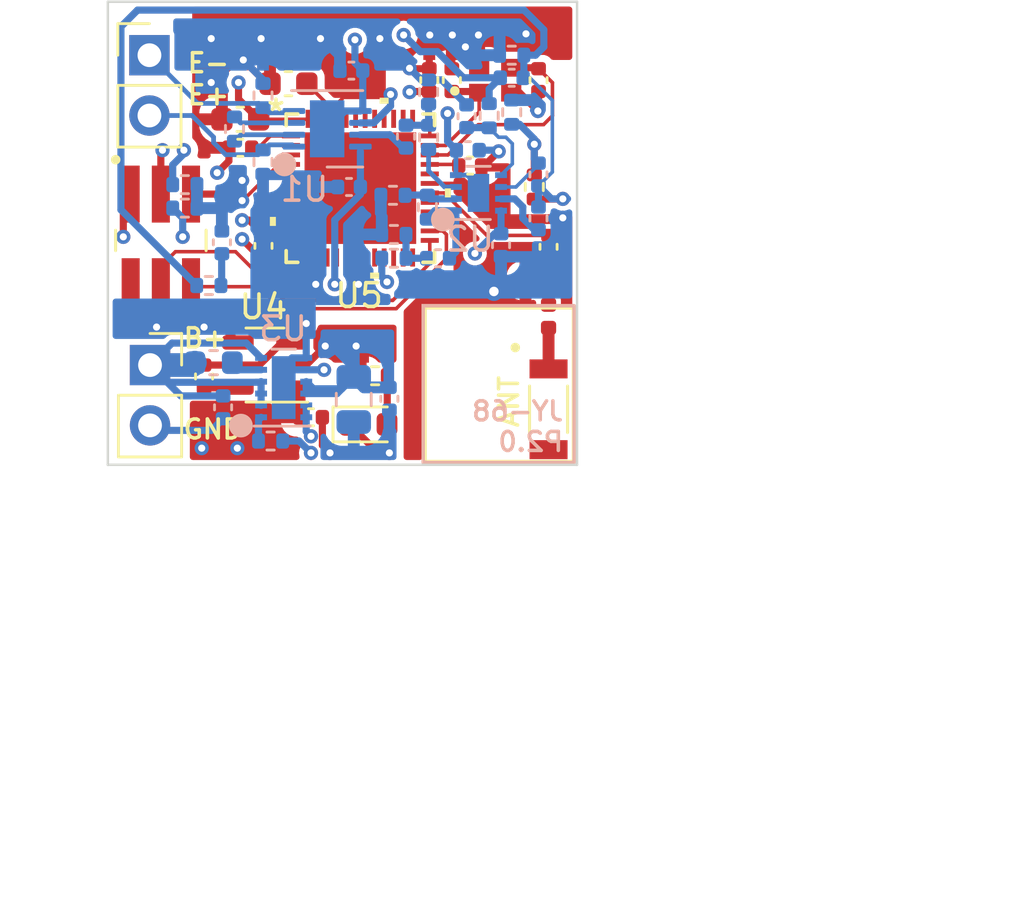
<source format=kicad_pcb>
(kicad_pcb (version 20221018) (generator pcbnew)
  (layers (0 "F.Cu" signal) (1 "In1.Cu" power) (2 "In2.Cu" power) (31 "B.Cu" signal) (34 "B.Paste" user) (35 "F.Paste" user) (36 "B.SilkS" user "B.Silkscreen") (37 "F.SilkS" user "F.Silkscreen") (38 "B.Mask" user) (39 "F.Mask" user) (44 "Edge.Cuts" user))
  (net 0 "")
  (net 1 "GND")
  (net 2 "+3V3")
  (net 3 "Net-(AE1-FEED)")
  (net 5 "Net-(BT1-+)")
  (net 6 "Net-(U1-OUT)")
  (net 7 "Net-(C1-Pad2)")
  (net 8 "Net-(U2-IN1+)")
  (net 9 "Net-(C2-Pad2)")
  (net 10 "Net-(U2-OUT2)")
  (net 11 "Net-(C3-Pad2)")
  (net 12 "Net-(U2-IN2+)")
  (net 13 "Net-(C5-Pad1)")
  (net 14 "Net-(U2-IN2-)")
  (net 15 "Net-(C7-Pad1)")
  (net 16 "STAGE_3_OUT")
  (net 17 "Net-(U4-CFLY+)")
  (net 18 "Net-(U4-CFLY-)")
  (net 19 "-3V3")
  (net 20 "Net-(U5-DEC1)")
  (net 21 "Net-(C15-Pad1)")
  (net 22 "Net-(U5-ANT)")
  (net 23 "Net-(U5-XC2)")
  (net 24 "Net-(U5-DEC3)")
  (net 25 "Net-(U5-XC1)")
  (net 26 "Net-(U5-DEC4)")
  (net 27 "Net-(D1-A)")
  (net 28 "SWDCLK")
  (net 29 "SWDIO")
  (net 30 "Net-(U3-SW)")
  (net 31 "Net-(R3-Pad1)")
  (net 32 "Net-(R3-Pad2)")
  (net 33 "Net-(U2-IN1-)")
  (net 34 "Net-(U3-OSEL)")
  (net 66 "/EEG-")
  (net 67 "/EEG+")
  (net 68 "Net-(U2-OUT1)")
  (footprint "Capacitor_SMD:C_0402_1005Metric" (layer "F.Cu") (at 83.3 67 180)
    (fp_text reference "C11" hide)
    (fp_text value "1uF")
  )
  (footprint "Resistor_SMD:R_0402_1005Metric" (layer "F.Cu") (at 86 65.25)
    (fp_text reference "R18" hide)
    (fp_text value "1.1k")
  )
  (footprint "Capacitor_SMD:C_0402_1005Metric" (layer "F.Cu") (at 90 56.4 180)
    (fp_text reference "C17" hide)
    (fp_text value "100pF")
  )
  (footprint "Library:XDCR_2450AT18B100E" (layer "F.Cu") (at 93.3 66.6625 -90)
    (fp_text reference "AE1" hide)
    (fp_text value "Antenna_Chip")
  )
  (footprint "Inductor_SMD:L_0402_1005Metric" (layer "F.Cu") (at 93.3 62.7475 -90)
    (fp_text reference "L2" hide)
    (fp_text value "3.3nH")
  )
  (footprint "Package_TO_SOT_SMD:SOT-23-5" (layer "F.Cu") (at 81.3625 64.8 180)
    (fp_text reference "U4")
    (fp_text value "TPS60400")
  )
  (footprint "Capacitor_SMD:C_0402_1005Metric" (layer "F.Cu") (at 81.3 59.78 90)
    (fp_text reference "C14" hide)
    (fp_text value "0.1uF")
  )
  (footprint "Connector_PinHeader_2.54mm:PinHeader_1x02_P2.54mm_Vertical" (layer "F.Cu") (at 76.5 51.75)
    (fp_text reference "J1" hide)
    (fp_text value "EEG_IN")
  )
  (footprint "ECS_320_8_37CKM:XTAL_ECS-320-8-37CKM" (layer "F.Cu") (at 91.053999 52.804001)
    (fp_text reference "Y1" hide)
    (fp_text value "32MHz")
  )
  (footprint "Capacitor_SMD:C_0402_1005Metric" (layer "F.Cu") (at 88.278999 52.799001 -90)
    (fp_text reference "C13" hide)
    (fp_text value "0.1uF")
  )
  (footprint "Capacitor_SMD:C_0402_1005Metric" (layer "F.Cu") (at 80.325 55.65 180)
    (fp_text reference "C12" hide)
    (fp_text value "0.1uF")
  )
  (footprint "Inductor_SMD:L_0402_1005Metric" (layer "F.Cu") (at 92.815 61.25)
    (fp_text reference "L3" hide)
    (fp_text value "2.7nH")
  )
  (footprint "Capacitor_SMD:C_0402_1005Metric" (layer "F.Cu") (at 92.878999 52.799001 90)
    (fp_text reference "C18" hide)
    (fp_text value "12pF")
  )
  (footprint "Capacitor_SMD:C_0603_1608Metric" (layer "F.Cu") (at 82.35 52.95 180)
    (fp_text reference "C19" hide)
    (fp_text value "1uF")
  )
  (footprint "Resistor_SMD:R_0402_1005Metric" (layer "F.Cu") (at 92.7 57.3 -90)
    (fp_text reference "R13" hide)
    (fp_text value "49.9k")
  )
  (footprint "Capacitor_SMD:C_0402_1005Metric" (layer "F.Cu") (at 89.228999 52.799001 -90)
    (fp_text reference "C16" hide)
    (fp_text value "12pF")
  )
  (footprint "Capacitor_SMD:C_0603_1608Metric" (layer "F.Cu") (at 80.325 54.45 180)
    (fp_text reference "C20" hide)
    (fp_text value "4.7uF")
  )
  (footprint "20021121_00006C4LF:AMPHENOL_20021121-00006C4LF" (layer "F.Cu") (at 76.98 59.55)
    (fp_text reference "J2" hide)
    (fp_text value "Conn_02x03_Counter_Clockwise")
  )
  (footprint "Capacitor_SMD:C_0402_1005Metric" (layer "F.Cu") (at 93.3 59.82 90)
    (fp_text reference "C15" hide)
    (fp_text value "1.2pF")
  )
  (footprint "LED_SMD:LED_0603_1608Metric" (layer "F.Cu") (at 85.7125 67.3)
    (fp_text reference "D1" hide)
    (fp_text value "LED")
  )
  (footprint "Connector_PinSocket_2.54mm:PinSocket_1x02_P2.54mm_Vertical" (layer "F.Cu") (at 76.525 64.8)
    (fp_text reference "BT1" hide)
    (fp_text value "BHSD-1225-SM")
  )
  (footprint "Capacitor_SMD:C_0402_1005Metric" (layer "F.Cu") (at 78.8 65.28 90)
    (fp_text reference "C10" hide)
    (fp_text value "1uF")
  )
  (footprint "Library:QFN-48_NOR" (layer "F.Cu") (at 85.379 57.350001)
    (fp_text reference "U5")
    (fp_text value "NRF52832-QFAA-R")
  )
  (footprint "Capacitor_SMD:C_0402_1005Metric" (layer "B.Cu") (at 89.85 54.32 -90)
    (fp_text reference "C4" hide)
    (fp_text value "0.1uF")
  )
  (footprint "Resistor_SMD:R_0402_1005Metric" (layer "B.Cu") (at 77.99 57.2)
    (fp_text reference "R17" hide)
    (fp_text value "100k")
  )
  (footprint "Resistor_SMD:R_0402_1005Metric" (layer "B.Cu") (at 81.28 56.25 -90)
    (fp_text reference "R1" hide)
    (fp_text value "68k")
  )
  (footprint "Capacitor_SMD:C_0402_1005Metric" (layer "B.Cu") (at 89.9 55.75 180)
    (fp_text reference "C24" hide)
    (fp_text value "0.1uF")
  )
  (footprint "Capacitor_SMD:C_0402_1005Metric" (layer "B.Cu") (at 86.6 66.22 90)
    (fp_text reference "C26" hide)
    (fp_text value "0.1uF")
  )
  (footprint "Capacitor_SMD:C_0402_1005Metric" (layer "B.Cu") (at 91.75 52.7)
    (fp_text reference "C5" hide)
    (fp_text value "0.1uF")
  )
  (footprint "Resistor_SMD:R_0402_1005Metric" (layer "B.Cu") (at 88.25 55.21 -90)
    (fp_text reference "R5" hide)
    (fp_text value "1k")
  )
  (footprint "Capacitor_SMD:C_0402_1005Metric" (layer "B.Cu") (at 91.3 59.75 90)
    (fp_text reference "C25" hide)
    (fp_text value "0.1uF")
  )
  (footprint "Resistor_SMD:R_0402_1005Metric" (layer "B.Cu") (at 81.28 53.45 90)
    (fp_text reference "R2" hide)
    (fp_text value "68k")
  )
  (footprint "Capacitor_SMD:C_0402_1005Metric" (layer "B.Cu") (at 79.6 66.58 90)
    (fp_text reference "C8" hide)
    (fp_text value "2.2uF")
  )
  (footprint "Package_SON:WSON-12-1EP_3x2mm_P0.5mm_EP1x2.65" (layer "B.Cu") (at 82.15 65.75)
    (fp_text reference "U3")
    (fp_text value "TPS61094" hide)
  )
  (footprint "Capacitor_SMD:C_0402_1005Metric" (layer "B.Cu") (at 85 52.4)
    (fp_text reference "C23" hide)
    (fp_text value "0.1uF")
  )
  (footprint "Capacitor_SMD:C_0402_1005Metric" (layer "B.Cu") (at 87.3 55.18 90)
    (fp_text reference "C1" hide)
    (fp_text value "10uF")
  )
  (footprint "Capacitor_SMD:C_0402_1005Metric" (layer "B.Cu") (at 79.55 59.63 90)
    (fp_text reference "C7" hide)
    (fp_text value "10uF")
  )
  (footprint "Capacitor_SMD:C_0805_2012Metric" (layer "B.Cu") (at 85.1 66.25 90)
    (fp_text reference "C9" hide)
    (fp_text value "33uF")
  )
  (footprint "Resistor_SMD:R_0402_1005Metric" (layer "B.Cu") (at 79 61.45)
    (fp_text reference "R14" hide)
    (fp_text value "10k")
  )
  (footprint "Inductor_SMD:L_0603_1608Metric" (layer "B.Cu") (at 79.2 64.7)
    (fp_text reference "L1" hide)
    (fp_text value "2.2uH")
  )
  (footprint "Resistor_SMD:R_0402_1005Metric" (layer "B.Cu") (at 86.79 60.3 180)
    (fp_text reference "R10" hide)
    (fp_text value "604")
  )
  (footprint "Resistor_SMD:R_0402_1005Metric" (layer "B.Cu") (at 90.8 54.3 -90)
    (fp_text reference "R11" hide)
    (fp_text value "16k")
  )
  (footprint "Resistor_SMD:R_0402_1005Metric" (layer "B.Cu") (at 77.99 58.19 180)
    (fp_text reference "R16" hide)
    (fp_text value "100k")
  )
  (footprint "Resistor_SMD:R_0402_1005Metric" (layer "B.Cu") (at 91.75 51.75 180)
    (fp_text reference "R8" hide)
    (fp_text value "100k")
  )
  (footprint "Capacitor_SMD:C_0402_1005Metric" (layer "B.Cu") (at 84.9 57.3)
    (fp_text reference "C22" hide)
    (fp_text value "0.1uF")
  )
  (footprint "Capacitor_SMD:C_0402_1005Metric" (layer "B.Cu") (at 92.875 56.775 -90)
    (fp_text reference "C6" hide)
    (fp_text value "10nF")
  )
  (footprint "Capacitor_SMD:C_0402_1005Metric" (layer "B.Cu") (at 92.875 58.625 90)
    (fp_text reference "C3" hide)
    (fp_text value "0.1uF")
  )
  (footprint "Resistor_SMD:R_0402_1005Metric" (layer "B.Cu") (at 88.25 53.3 90)
    (fp_text reference "R4" hide)
    (fp_text value "100k")
  )
  (footprint "Resistor_SMD:R_0402_1005Metric" (layer "B.Cu") (at 80.08 54.86 90)
    (fp_text reference "R3" hide)
    (fp_text value "8.2k")
  )
  (footprint "Resistor_SMD:R_0402_1005Metric" (layer "B.Cu") (at 88.2 58.15 90)
    (fp_text reference "R6" hide)
    (fp_text value "40k")
  )
  (footprint "Package_SON:WSON-8-1EP_3x3mm_P0.5mm_EP1.45x2.4mm" (layer "B.Cu") (at 83.98 54.85)
    (fp_text reference "U1")
    (fp_text value "INA819IDRGR")
  )
  (footprint "Capacitor_SMD:C_0402_1005Metric" (layer "B.Cu") (at 88.65 60.3 180)
    (fp_text reference "C2" hide)
    (fp_text value "10uF")
  )
  (footprint "Package_SON:WSON-8-1EP_2x2mm_P0.5mm_EP0.9x1.6mm" (layer "B.Cu") (at 90.35 57.55)
    (fp_text reference "U2")
    (fp_text value "TLV9102IDSGR")
  )
  (footprint "Resistor_SMD:R_0402_1005Metric" (layer "B.Cu") (at 81.6 68)
    (fp_text reference "R19" hide)
    (fp_text value "4.75k")
  )
  (footprint "Resistor_SMD:R_0402_1005Metric" (layer "B.Cu") (at 86.79 59.3 180)
    (fp_text reference "R9" hide)
    (fp_text value "100k")
  )
  (footprint "Resistor_SMD:R_0402_1005Metric" (layer "B.Cu") (at 86.75 57.65 180)
    (fp_text reference "R7" hide)
    (fp_text value "1k")
  )
  (footprint "Resistor_SMD:R_0402_1005Metric" (layer "B.Cu") (at 91.75 54.15 -90)
    (fp_text reference "R12" hide)
    (fp_text value "2.49k")
  )
  (gr_rect (start 88.025 62.3) (end 94.375 68.9) (stroke (width 0.15)) (fill none) (layer "B.SilkS"))
  (gr_rect (start 88.1 62.3875) (end 94.35 68.8625) (stroke (width 0.15)) (fill none) (layer "F.SilkS"))
  (gr_line (start 94.5 69) (end 74.75 69) (stroke (width 0.1)) (layer "Edge.Cuts"))
  (gr_line (start 94.5 49.5) (end 94.5 69) (stroke (width 0.1)) (layer "Edge.Cuts"))
  (gr_line (start 74.75 69) (end 74.75 49.5) (stroke (width 0.1)) (layer "Edge.Cuts"))
  (gr_line (start 74.75 69) (end 74.75 69) (stroke (width 0.1)) (layer "Edge.Cuts"))
  (gr_line (start 74.75 49.5) (end 94.5 49.5) (stroke (width 0.1)) (layer "Edge.Cuts"))
  (gr_text "JY-68\nP2.0" (at 94 68.5) (layer "B.SilkS") (effects (font (size 0.8 0.8) (thickness 0.15) bold) (justify left bottom mirror)))
  (gr_text "B+" (at 77.855 64.135) (layer "F.SilkS") (effects (font (size 0.8 0.8) (thickness 0.15) bold) (justify left bottom)))
  (gr_text "E-" (at 78.025 52.55) (layer "F.SilkS") (effects (font (size 0.8 0.8) (thickness 0.15) bold) (justify left bottom)))
  (gr_text "ANT" (at 92.1 67.5 90) (layer "F.SilkS") (effects (font (size 0.8 0.8) (thickness 0.15) bold) (justify left bottom)))
  (gr_text "E+" (at 78.025 53.9) (layer "F.SilkS") (effects (font (size 0.8 0.8) (thickness 0.15) bold) (justify left bottom)))
  (gr_text "GND" (at 77.85 67.975) (layer "F.SilkS") (effects (font (size 0.8 0.8) (thickness 0.15) bold) (justify left bottom)))
  (segment (start 89.228999 52.319001) (end 89.228999 50.921001) (width 0.3) (layer "F.Cu") (net 1))
  (segment (start 88.278999 50.921001) (end 88.3 50.9) (width 0.3) (layer "F.Cu") (net 1))
  (segment (start 90.378999 52.279001) (end 90.378999 50.928999) (width 0.3) (layer "F.Cu") (net 1))
  (segment (start 75.71 62.32) (end 76.59 63.2) (width 0.3) (layer "F.Cu") (net 1))
  (segment (start 79.845 55.65) (end 79.845 56.205) (width 0.3) (layer "F.Cu") (net 1))
  (segment (start 84.845402 53.35) (end 85.3 53.35) (width 0.15) (layer "F.Cu") (net 1))
  (segment (start 92.878999 54.071001) (end 92.85 54.1) (width 0.3) (layer "F.Cu") (net 1))
  (segment (start 79.845 56.205) (end 79.35 56.7) (width 0.3) (layer "F.Cu") (net 1))
  (segment (start 78.8 63.2) (end 79.575 63.2) (width 0.3) (layer "F.Cu") (net 1))
  (segment (start 79.55 53.35) (end 79.1 52.9) (width 0.3) (layer "F.Cu") (net 1))
  (segment (start 79.55 54.45) (end 79.55 53.35) (width 0.3) (layer "F.Cu") (net 1))
  (segment (start 84.925 67.3) (end 86.125 68.5) (width 0.3) (layer "F.Cu") (net 1))
  (segment (start 90.6 56.4) (end 91.2 55.8) (width 0.3) (layer "F.Cu") (net 1))
  (segment (start 91.728999 53.329001) (end 92.079001 53.329001) (width 0.3) (layer "F.Cu") (net 1))
  (segment (start 84.378999 53.816403) (end 84.845402 53.35) (width 0.15) (layer "F.Cu") (net 1))
  (segment (start 84.378999 54.429001) (end 84.378999 56.35) (width 0.15) (layer "F.Cu") (net 1))
  (segment (start 81.45 52.95) (end 80.45 51.95) (width 0.3) (layer "F.Cu") (net 1))
  (segment (start 79.575 63.2) (end 80.225 63.85) (width 0.3) (layer "F.Cu") (net 1))
  (segment (start 81.575 52.95) (end 81.45 52.95) (width 0.3) (layer "F.Cu") (net 1))
  (segment (start 87.469001 52.319001) (end 87.45 52.3) (width 0.3) (layer "F.Cu") (net 1))
  (segment (start 80.4 58.7) (end 80.7 58.7) (width 0.3) (layer "F.Cu") (net 1))
  (segment (start 86.125 68.5) (end 86.6 68.5) (width 0.3) (layer "F.Cu") (net 1))
  (segment (start 84.378999 56.35) (end 85.379 57.350001) (width 0.15) (layer "F.Cu") (net 1))
  (segment (start 76.59 63.2) (end 76.8 63.2) (width 0.3) (layer "F.Cu") (net 1))
  (segment (start 80.7 58.7) (end 81.3 59.3) (width 0.3) (layer "F.Cu") (net 1))
  (segment (start 89.228999 50.921001) (end 89.25 50.9) (width 0.3) (layer "F.Cu") (net 1))
  (segment (start 92.079001 53.329001) (end 92.85 54.1) (width 0.3) (layer "F.Cu") (net 1))
  (segment (start 75.71 61.5) (end 75.71 62.32) (width 0.3) (layer "F.Cu") (net 1))
  (segment (start 90.48 56.4) (end 90.6 56.4) (width 0.3) (layer "F.Cu") (net 1))
  (segment (start 84.378999 54.429001) (end 84.378999 53.816403) (width 0.15) (layer "F.Cu") (net 1))
  (segment (start 83.78 67) (end 83.78 68.18) (width 0.3) (layer "F.Cu") (net 1))
  (segment (start 88.278999 52.319001) (end 88.278999 50.921001) (width 0.3) (layer "F.Cu") (net 1))
  (segment (start 83.78 68.18) (end 84.1 68.5) (width 0.3) (layer "F.Cu") (net 1))
  (segment (start 88.278999 52.319001) (end 87.469001 52.319001) (width 0.3) (layer "F.Cu") (net 1))
  (segment (start 92.878999 53.279001) (end 92.878999 54.071001) (width 0.3) (layer "F.Cu") (net 1))
  (segment (start 88.3 57.150001) (end 89.45 57.15) (width 0.15) (layer "F.Cu") (net 1))
  (segment (start 90.378999 50.928999) (end 90.35 50.9) (width 0.3) (layer "F.Cu") (net 1))
  (via (at 87.45 52.3) (size 0.6) (drill 0.3) (layers "F.Cu" "B.Cu") (net 1))
  (via (at 83.85 65) (size 0.6) (drill 0.3) (layers "F.Cu" "B.Cu") (net 1))
  (via (at 83.5 61.4) (size 0.6) (drill 0.3) (layers "F.Cu" "B.Cu") (net 1))
  (via (at 86.65 53.4) (size 0.6) (drill 0.3) (layers "F.Cu" "B.Cu") (net 1))
  (via (at 88.3 50.9) (size 0.6) (drill 0.3) (layers "F.Cu" "B.Cu") (net 1))
  (via (at 77.9 59.4) (size 0.6) (drill 0.3) (layers "F.Cu" "B.Cu") (net 1))
  (via (at 90.35 50.9) (size 0.6) (drill 0.3) (layers "F.Cu" "B.Cu") (net 1))
  (via (at 92.85 54.1) (size 0.6) (drill 0.3) (layers "F.Cu" "B.Cu") (net 1))
  (via (at 79.35 56.7) (size 0.6) (drill 0.3) (layers "F.Cu" "B.Cu") (net 1))
  (via (at 83.7 51.05) (size 0.6) (drill 0.3) (layers "F.Cu" "B.Cu") (net 1))
  (via (at 78.8 63.2) (size 0.6) (drill 0.3) (layers "F.Cu" "B.Cu") (net 1))
  (via (at 80.4 58.7) (size 0.6) (drill 0.3) (layers "F.Cu" "B.Cu") (net 1))
  (via (at 93.9 58.6) (size 0.6) (drill 0.3) (layers "F.Cu" "B.Cu") (net 1))
  (via (at 85.3 61.4) (size 0.6) (drill 0.3) (layers "F.Cu" "B.Cu") (net 1))
  (via (at 89.8 51.4) (size 0.6) (drill 0.3) (layers "F.Cu" "B.Cu") (net 1))
  (via (at 92.35 50.85) (size 0.6) (drill 0.3) (layers "F.Cu" "B.Cu") (net 1))
  (via (at 89.25 50.9) (size 0.6) (drill 0.3) (layers "F.Cu" "B.Cu") (net 1))
  (via (at 76.8 63.2) (size 0.6) (drill 0.3) (layers "F.Cu" "B.Cu") (net 1))
  (via (at 79.1 51.05) (size 0.6) (drill 0.3) (layers "F.Cu" "B.Cu") (net 1))
  (via (at 83.3 68.5) (size 0.6) (drill 0.3) (layers "F.Cu" "B.Cu") (net 1))
  (via (at 86.2 51.05) (size 0.6) (drill 0.3) (layers "F.Cu" "B.Cu") (net 1))
  (via (at 91 61.7) (size 0.8) (drill 0.4) (layers "F.Cu" "B.Cu") (net 1))
  (via (at 84.1 68.5) (size 0.6) (drill 0.3) (layers "F.Cu" "B.Cu") (net 1))
  (via (at 83.3 67.8) (size 0.6) (drill 0.3) (layers "F.Cu" "B.Cu") (net 1))
  (via (at 83.1 63.05) (size 0.6) (drill 0.3) (layers "F.Cu" "B.Cu") (net 1))
  (via (at 79.1 52.9) (size 0.6) (drill 0.3) (layers "F.Cu" "B.Cu") (net 1))
  (via (at 80.45 51.95) (size 0.6) (drill 0.3) (layers "F.Cu" "B.Cu") (net 1))
  (via (at 81.2 51.05) (size 0.6) (drill 0.3) (layers "F.Cu" "B.Cu") (net 1))
  (via (at 91.2 55.8) (size 0.6) (drill 0.3) (layers "F.Cu" "B.Cu") (net 1))
  (via (at 86.6 68.5) (size 0.6) (drill 0.3) (layers "F.Cu" "B.Cu") (net 1))
  (segment (start 90.38 55.75) (end 91.15 55.75) (width 0.3) (layer "B.Cu") (net 1))
  (segment (start 88.25 52.79) (end 87.94 52.79) (width 0.3) (layer "B.Cu") (net 1))
  (segment (start 85.940096 54.6) (end 86.65 53.890096) (width 0.3) (layer "B.Cu") (net 1))
  (segment (start 83.9 65) (end 83.1 65) (width 0.3) (layer "B.Cu") (net 1))
  (segment (start 82.8 68) (end 83.3 68.5) (width 0.3) (layer "B.Cu") (net 1))
  (segment (start 86.65 53.890096) (end 86.65 53.4) (width 0.3) (layer "B.Cu") (net 1))
  (segment (start 77.48 58.19) (end 77.9 58.61) (width 0.3) (layer "B.Cu") (net 1))
  (segment (start 77.9 58.61) (end 77.9 59.4) (width 0.3) (layer "B.Cu") (net 1))
  (segment (start 83.1 66.5) (end 83.1 67) (width 0.3) (layer "B.Cu") (net 1))
  (segment (start 81.28 52.94) (end 81.28 52.78) (width 0.3) (layer "B.Cu") (net 1))
  (segment (start 79.11 67.55) (end 76.735 67.55) (width 0.3) (layer "B.Cu") (net 1))
  (segment (start 89.85 53.84) (end 88.8 52.79) (width 0.3) (layer "B.Cu") (net 1))
  (segment (start 82.5 65.4) (end 82.5 64.5) (width 0.3) (layer "B.Cu") (net 1))
  (segment (start 85.38 54.6) (end 85.940096 54.6) (width 0.3) (layer "B.Cu") (net 1))
  (segment (start 82.5 64.5) (end 83.1 64.5) (width 0.3) (layer "B.Cu") (net 1))
  (segment (start 82.525 65) (end 83.1 65) (width 0.3) (layer "B.Cu") (net 1))
  (segment (start 83.1 64.5) (end 83.1 63.05) (width 0.3) (layer "B.Cu") (net 1))
  (segment (start 84.52 51.87) (end 83.7 51.05) (width 0.3) (layer "B.Cu") (net 1))
  (segment (start 82.15 65.75) (end 82.5 65.4) (width 0.3) (layer "B.Cu") (net 1))
  (segment (start 82.15 65.375) (end 82.525 65) (width 0.3) (layer "B.Cu") (net 1))
  (segment (start 87.94 52.79) (end 87.45 52.3) (width 0.3) (layer "B.Cu") (net 1))
  (segment (start 83.1 67) (end 83.1 67.6) (width 0.3) (layer "B.Cu") (net 1))
  (segment (start 82.15 65.75) (end 82.15 65.375) (width 0.3) (layer "B.Cu") (net 1))
  (segment (start 79.6 67.06) (end 79.11 67.55) (width 0.3) (layer "B.Cu") (net 1))
  (segment (start 84.52 52.4) (end 84.52 51.87) (width 0.3) (layer "B.Cu") (net 1))
  (segment (start 76.735 67.55) (end 76.525 67.34) (width 0.3) (layer "B.Cu") (net 1))
  (segment (start 91.15 55.75) (end 91.2 55.8) (width 0.3) (layer "B.Cu") (net 1))
  (segment (start 88.8 52.79) (end 88.25 52.79) (width 0.3) (layer "B.Cu") (net 1))
  (segment (start 83.1 67.6) (end 83.3 67.8) (width 0.3) (layer "B.Cu") (net 1))
  (segment (start 82.11 68) (end 82.8 68) (width 0.3) (layer "B.Cu") (net 1))
  (segment (start 81.28 52.78) (end 80.45 51.95) (width 0.3) (layer "B.Cu") (net 1))
  (segment (start 80.4 59.5) (end 81.16 60.26) (width 0.3) (layer "F.Cu") (net 2))
  (segment (start 81.3 60.33) (end 83.078402 60.33) (width 0.3) (layer "F.Cu") (net 2))
  (segment (start 81.16 60.26) (end 81.3 60.26) (width 0.3) (layer "F.Cu") (net 2))
  (segment (start 83.1 64.8) (end 83.9 64) (width 0.3) (layer "F.Cu") (net 2))
  (segment (start 81.1 54.45) (end 83.158 54.45) (width 0.15) (layer "F.Cu") (net 2))
  (segment (start 76.98 57.6) (end 76.98 55.82) (width 0.3) (layer "F.Cu") (net 2))
  (segment (start 83.078402 60.33) (end 83.137401 60.271001) (width 0.3) (layer "F.Cu") (net 2))
  (segment (start 83.158 54.45) (end 83.178999 54.429001) (width 0.15) (layer "F.Cu") (net 2))
  (segment (start 81.1 54.45) (end 80.25 53.6) (width 0.3) (layer "F.Cu") (net 2))
  (segment (start 76.98 55.82) (end 77.05 55.75) (width 0.3) (layer "F.Cu") (net 2))
  (segment (start 80.25 53.6) (end 80.25 52.9) (width 0.3) (layer "F.Cu") (net 2))
  (segment (start 88.278999 53.279001) (end 87.470999 53.279001) (width 0.3) (layer "F.Cu") (net 2))
  (segment (start 87.470999 53.279001) (end 87.45 53.3) (width 0.3) (layer "F.Cu") (net 2))
  (segment (start 85.49 65.25) (end 85.49 64.29) (width 0.3) (layer "F.Cu") (net 2))
  (segment (start 88.3 53.300002) (end 88.278999 53.279001) (width 0.15) (layer "F.Cu") (net 2))
  (segment (start 85.49 64.29) (end 85.2 64) (width 0.3) (layer "F.Cu") (net 2))
  (segment (start 88.278999 55.128999) (end 88.3 55.15) (width 0.15) (layer "F.Cu") (net 2))
  (segment (start 82.5 64.8) (end 83.1 64.8) (width 0.3) (layer "F.Cu") (net 2))
  (segment (start 88.3 55.15) (end 88.3 53.300002) (width 0.15) (layer "F.Cu") (net 2))
  (via (at 84.3 61.4) (size 0.6) (drill 0.3) (layers "F.Cu" "B.Cu") (net 2))
  (via (at 90.2 60.1) (size 0.6) (drill 0.3) (layers "F.Cu" "B.Cu") (net 2))
  (via (at 83.9 64) (size 0.6) (drill 0.3) (layers "F.Cu" "B.Cu") (net 2))
  (via (at 87.45 53.3) (size 0.6) (drill 0.3) (layers "F.Cu" "B.Cu") (net 2))
  (via (at 77.05 55.75) (size 0.6) (drill 0.3) (layers "F.Cu" "B.Cu") (net 2))
  (via (at 80.4 59.5) (size 0.6) (drill 0.3) (layers "F.Cu" "B.Cu") (net 2))
  (via (at 77.95 55.75) (size 0.6) (drill 0.3) (layers "F.Cu" "B.Cu") (net 2))
  (via (at 85.2 64) (size 0.6) (drill 0.3) (layers "F.Cu" "B.Cu") (net 2))
  (via (at 80.25 52.9) (size 0.6) (drill 0.3) (layers "F.Cu" "B.Cu") (net 2))
  (segment (start 85.38 57.3) (end 85.38 57.609999) (width 0.3) (layer "B.Cu") (net 2))
  (segment (start 84.4 66) (end 85.1 65.3) (width 0.3) (layer "B.Cu") (net 2))
  (segment (start 83.1 65.5) (end 83.399938 65.799938) (width 0.3) (layer "B.Cu") (net 2))
  (segment (start 84.600062 65.799938) (end 85.1 65.3) (width 0.3) (layer "B.Cu") (net 2))
  (segment (start 77.48 57.2) (end 77.48 56.37) (width 0.3) (layer "B.Cu") (net 2))
  (segment (start 91.3 59.27) (end 91.03 59.27) (width 0.3) (layer "B.Cu") (net 2))
  (segment (start 85.1 65.3) (end 85.1 64.8) (width 0.5) (layer "B.Cu") (net 2))
  (segment (start 85.1 64.8) (end 84.3 64) (width 0.5) (layer "B.Cu") (net 2))
  (segment (start 85.38 57.609999) (end 84.3 58.689999) (width 0.3) (layer "B.Cu") (net 2))
  (segment (start 78.1 55.75) (end 77.95 55.9) (width 0.3) (layer "B.Cu") (net 2))
  (segment (start 77.95 55.9) (end 77.95 55.75) (width 0.3) (layer "B.Cu") (net 2))
  (segment (start 84.3 58.689999) (end 84.3 61.4) (width 0.3) (layer "B.Cu") (net 2))
  (segment (start 85.54 65.74) (end 85.1 65.3) (width 0.5) (layer "B.Cu") (net 2))
  (segment (start 77.95 55.75) (end 78.1 55.75) (width 0.3) (layer "B.Cu") (net 2))
  (segment (start 86.6 65.74) (end 85.54 65.74) (width 0.5) (layer "B.Cu") (net 2))
  (segment (start 83.1 65.5) (end 83.1 66) (width 0.3) (layer "B.Cu") (net 2))
  (segment (start 91.3 59.27) (end 91.3 58.3) (width 0.3) (layer "B.Cu") (net 2))
  (segment (start 85.38 57.3) (end 85.38 55.8) (width 0.3) (layer "B.Cu") (net 2))
  (segment (start 91.03 59.27) (end 90.2 60.1) (width 0.3) (layer "B.Cu") (net 2))
  (segment (start 83.1 66) (end 84.4 66) (width 0.3) (layer "B.Cu") (net 2))
  (segment (start 77.48 56.37) (end 77.95 55.9) (width 0.3) (layer "B.Cu") (net 2))
  (segment (start 83.399938 65.799938) (end 84.600062 65.799938) (width 0.3) (layer "B.Cu") (net 2))
  (segment (start 84.3 64) (end 83.9 64) (width 0.5) (layer "B.Cu") (net 2))
  (segment (start 93.3 63.185) (end 93.3 64.9625) (width 0.5) (layer "F.Cu") (net 3))
  (segment (start 77.825 66.1) (end 76.525 64.8) (width 0.3) (layer "B.Cu") (net 5))
  (segment (start 81.2 65.5) (end 81.175 65.525) (width 0.3) (layer "B.Cu") (net 5))
  (segment (start 77.25 65.525) (end 76.525 64.8) (width 0.3) (layer "B.Cu") (net 5))
  (segment (start 76.525 64.8) (end 78.3125 64.8) (width 1) (layer "B.Cu") (net 5))
  (segment (start 77.45 63.875) (end 76.525 64.8) (width 0.3) (layer "B.Cu") (net 5))
  (segment (start 80.575 63.875) (end 77.45 63.875) (width 0.3) (layer "B.Cu") (net 5))
  (segment (start 81.2 64.5) (end 80.575 63.875) (width 0.3) (layer "B.Cu") (net 5))
  (segment (start 78.3125 64.8) (end 78.4125 64.7) (width 1) (layer "B.Cu") (net 5))
  (segment (start 81.2 66.5) (end 81.2 65.5) (width 0.3) (layer "B.Cu") (net 5))
  (segment (start 81.175 65.525) (end 77.25 65.525) (width 0.3) (layer "B.Cu") (net 5))
  (segment (start 79.6 66.1) (end 77.825 66.1) (width 0.3) (layer "B.Cu") (net 5))
  (segment (start 87.180366 55.66) (end 87.3 55.66) (width 0.3) (layer "B.Cu") (net 6))
  (segment (start 86.620366 55.1) (end 87.180366 55.66) (width 0.3) (layer "B.Cu") (net 6))
  (segment (start 85.38 55.1) (end 86.620366 55.1) (width 0.3) (layer "B.Cu") (net 6))
  (segment (start 88.25 54.7) (end 88.25 53.81) (width 0.3) (layer "B.Cu") (net 7))
  (segment (start 88.25 54.7) (end 87.3 54.7) (width 0.3) (layer "B.Cu") (net 7))
  (segment (start 88.25 56.625) (end 88.25 55.72) (width 0.2) (layer "B.Cu") (net 8))
  (segment (start 88.925 57.3) (end 88.25 56.625) (width 0.2) (layer "B.Cu") (net 8))
  (segment (start 89.4 57.3) (end 88.925 57.3) (width 0.2) (layer "B.Cu") (net 8))
  (segment (start 87.3 59.3) (end 87.3 60.3) (width 0.3) (layer "B.Cu") (net 9))
  (segment (start 87.3 60.3) (end 88.17 60.3) (width 0.3) (layer "B.Cu") (net 9))
  (segment (start 91.875 57.8) (end 92.215 58.14) (width 0.3) (layer "B.Cu") (net 10))
  (segment (start 91.3 57.8) (end 91.875 57.8) (width 0.3) (layer "B.Cu") (net 10))
  (segment (start 92.215 58.14) (end 92.215 58.615) (width 0.3) (layer "B.Cu") (net 10))
  (segment (start 92.705 59.105) (end 92.875 59.105) (width 0.3) (layer "B.Cu") (net 10))
  (segment (start 92.215 58.615) (end 92.705 59.105) (width 0.3) (layer "B.Cu") (net 10))
  (segment (start 93.89 57.81) (end 93.9 57.8) (width 0.3) (layer "F.Cu") (net 11))
  (segment (start 92.7 57.81) (end 93.89 57.81) (width 0.3) (layer "F.Cu") (net 11))
  (via (at 93.9 57.8) (size 0.6) (drill 0.3) (layers "F.Cu" "B.Cu") (net 11))
  (segment (start 75.3 50.55) (end 76 49.85) (width 0.3) (layer "B.Cu") (net 11))
  (segment (start 92.269239 49.85) (end 93.1 50.680761) (width 0.3) (layer "B.Cu") (net 11))
  (segment (start 92.75 51.75) (end 93.1 51.4) (width 0.3) (layer "B.Cu") (net 11))
  (segment (start 92.509999 52.7) (end 93.46 53.650001) (width 0.15) (layer "B.Cu") (net 11))
  (segment (start 94.1 57.8) (end 93.42 57.8) (width 0.3) (layer "B.Cu") (net 11))
  (segment (start 92.26 51.75) (end 92.26 52.67) (width 0.3) (layer "B.Cu") (net 11))
  (segment (start 93.46 53.650001) (end 93.46 56.67) (width 0.15) (layer "B.Cu") (net 11))
  (segment (start 92.26 51.75) (end 92.75 51.75) (width 0.3) (layer "B.Cu") (net 11))
  (segment (start 92.26 52.67) (end 92.23 52.7) (width 0.3) (layer "B.Cu") (net 11))
  (segment (start 78.49 61.45) (end 75.3 58.26) (width 0.3) (layer "B.Cu") (net 11))
  (segment (start 76 49.85) (end 92.269239 49.85) (width 0.3) (layer "B.Cu") (net 11))
  (segment (start 92.23 52.7) (end 92.509999 52.7) (width 0.15) (layer "B.Cu") (net 11))
  (segment (start 93.1 50.680761) (end 93.1 51.4) (width 0.3) (layer "B.Cu") (net 11))
  (segment (start 93.46 56.67) (end 92.875 57.255) (width 0.15) (layer "B.Cu") (net 11))
  (segment (start 75.3 58.26) (end 75.3 50.55) (width 0.3) (layer "B.Cu") (net 11))
  (segment (start 93.42 57.8) (end 92.875 57.255) (width 0.3) (layer "B.Cu") (net 11))
  (segment (start 92.875 58.145) (end 92.875 57.255) (width 0.3) (layer "B.Cu") (net 11))
  (segment (start 90.79 54.8) (end 90.8 54.81) (width 0.3) (layer "B.Cu") (net 12))
  (segment (start 91.775 56.325) (end 91.775 55.475) (width 0.15) (layer "B.Cu") (net 12))
  (segment (start 89.85 54.8) (end 90.79 54.8) (width 0.3) (layer "B.Cu") (net 12))
  (segment (start 91.505 55.205) (end 91.195 55.205) (width 0.15) (layer "B.Cu") (net 12))
  (segment (start 91.3 56.8) (end 91.775 56.325) (width 0.15) (layer "B.Cu") (net 12))
  (segment (start 91.775 55.475) (end 91.505 55.205) (width 0.15) (layer "B.Cu") (net 12))
  (segment (start 91.195 55.205) (end 90.8 54.81) (width 0.15) (layer "B.Cu") (net 12))
  (via (at 87.2 50.9) (size 0.6) (drill 0.3) (layers "F.Cu" "B.Cu") (net 13))
  (via (at 86.5 61.3) (size 0.6) (drill 0.3) (layers "F.Cu" "B.Cu") (net 13))
  (segment (start 87.9 51.6) (end 87.2 50.9) (width 0.3) (layer "B.Cu") (net 13))
  (segment (start 91.27 52.7) (end 90.8 53.17) (width 0.3) (layer "B.Cu") (net 13))
  (segment (start 86.28 60.3) (end 86.28 61.08) (width 0.3) (layer "B.Cu") (net 13))
  (segment (start 86.28 61.08) (end 86.5 61.3) (width 0.3) (layer "B.Cu") (net 13))
  (segment (start 91.27 52.7) (end 89.716846 52.7) (width 0.3) (layer "B.Cu") (net 13))
  (segment (start 89.716846 52.7) (end 88.616846 51.6) (width 0.3) (layer "B.Cu") (net 13))
  (segment (start 90.8 53.17) (end 90.8 53.79) (width 0.3) (layer "B.Cu") (net 13))
  (segment (start 88.616846 51.6) (end 87.9 51.6) (width 0.3) (layer "B.Cu") (net 13))
  (segment (start 92.7 56.79) (end 92.7 55.5) (width 0.3) (layer "F.Cu") (net 14))
  (via (at 92.7 55.5) (size 0.6) (drill 0.3) (layers "F.Cu" "B.Cu") (net 14))
  (segment (start 92.7 56.12) (end 92.875 56.295) (width 0.3) (layer "B.Cu") (net 14))
  (segment (start 92.7 55.5) (end 92.7 56.12) (width 0.3) (layer "B.Cu") (net 14))
  (segment (start 91.92922 57.3) (end 91.3 57.3) (width 0.15) (layer "B.Cu") (net 14))
  (segment (start 92.7 55.280761) (end 92.079239 54.66) (width 0.3) (layer "B.Cu") (net 14))
  (segment (start 92.875 56.35422) (end 91.92922 57.3) (width 0.15) (layer "B.Cu") (net 14))
  (segment (start 92.875 56.295) (end 92.875 56.35422) (width 0.15) (layer "B.Cu") (net 14))
  (segment (start 92.7 55.5) (end 92.7 55.280761) (width 0.3) (layer "B.Cu") (net 14))
  (segment (start 92.079239 54.66) (end 91.75 54.66) (width 0.3) (layer "B.Cu") (net 14))
  (segment (start 79.54 61.45) (end 79.54 60.12) (width 0.3) (layer "B.Cu") (net 15))
  (segment (start 79.54 60.12) (end 79.55 60.11) (width 0.3) (layer "B.Cu") (net 15))
  (segment (start 82.458 56.35) (end 81.95 56.35) (width 0.15) (layer "F.Cu") (net 16))
  (segment (start 81.95 56.35) (end 80.425 57.875) (width 0.15) (layer "F.Cu") (net 16))
  (segment (start 80.015 57.025) (end 79.44 57.6) (width 0.3) (layer "F.Cu") (net 16))
  (segment (start 80.425 57.875) (end 80.4 57.875) (width 0.15) (layer "F.Cu") (net 16))
  (segment (start 79.44 57.6) (end 78.25 57.6) (width 0.3) (layer "F.Cu") (net 16))
  (segment (start 80.4 57.025) (end 80.015 57.025) (width 0.3) (layer "F.Cu") (net 16))
  (via (at 80.4 57.025) (size 0.6) (drill 0.3) (layers "F.Cu" "B.Cu") (net 16))
  (via (at 80.4 57.875) (size 0.6) (drill 0.3) (layers "F.Cu" "B.Cu") (net 16))
  (segment (start 78.8 65.76) (end 80.215 65.76) (width 0.3) (layer "F.Cu") (net 17))
  (segment (start 80.215 65.76) (end 80.225 65.75) (width 0.3) (layer "F.Cu") (net 17))
  (segment (start 81.126238 64.8) (end 82.076238 63.85) (width 0.3) (layer "F.Cu") (net 18))
  (segment (start 82.076238 63.85) (end 82.5 63.85) (width 0.3) (layer "F.Cu") (net 18))
  (segment (start 78.8 64.8) (end 81.126238 64.8) (width 0.3) (layer "F.Cu") (net 18))
  (segment (start 82.82 66.07) (end 82.5 65.75) (width 0.5) (layer "F.Cu") (net 19))
  (segment (start 75.4 57.91) (end 75.71 57.6) (width 0.3) (layer "F.Cu") (net 19))
  (segment (start 75.4 59.4) (end 75.4 57.91) (width 0.3) (layer "F.Cu") (net 19))
  (segment (start 82.82 67) (end 82.82 66.07) (width 0.5) (layer "F.Cu") (net 19))
  (via (at 89.05 54.2) (size 0.6) (drill 0.3) (layers "F.Cu" "B.Cu") (net 19))
  (via (at 85.15 51.1) (size 0.6) (drill 0.3) (layers "F.Cu" "B.Cu") (net 19))
  (via (at 80.2 68.3) (size 0.6) (drill 0.3) (layers "F.Cu" "B.Cu") (net 19))
  (via (at 75.4 59.4) (size 0.6) (drill 0.3) (layers "F.Cu" "B.Cu") (net 19))
  (via (at 78.7 68.3) (size 0.6) (drill 0.3) (layers "F.Cu" "B.Cu") (net 19))
  (segment (start 85.15 51.1) (end 85.15 52.07) (width 0.3) (layer "B.Cu") (net 19))
  (segment (start 85.48 54) (end 85.38 54.1) (width 0.3) (layer "B.Cu") (net 19))
  (segment (start 89.05 54.2) (end 89.05 55.38) (width 0.3) (layer "B.Cu") (net 19))
  (segment (start 89.4 55.77) (end 89.42 55.75) (width 0.2) (layer "B.Cu") (net 19))
  (segment (start 89.4 56.8) (end 89.4 55.77) (width 0.2) (layer "B.Cu") (net 19))
  (segment (start 84.73 54.1) (end 83.98 54.85) (width 0.3) (layer "B.Cu") (net 19))
  (segment (start 90.35 57.275) (end 89.875 56.8) (width 0.2) (layer "B.Cu") (net 19))
  (segment (start 89.05 55.38) (end 89.42 55.75) (width 0.3) (layer "B.Cu") (net 19))
  (segment (start 89.875 56.8) (end 89.4 56.8) (width 0.2) (layer "B.Cu") (net 19))
  (segment (start 85.48 52.4) (end 85.48 54) (width 0.3) (layer "B.Cu") (net 19))
  (segment (start 85.15 52.07) (end 85.48 52.4) (width 0.3) (layer "B.Cu") (net 19))
  (segment (start 90.35 57.55) (end 90.35 57.275) (width 0.2) (layer "B.Cu") (net 19))
  (segment (start 85.38 54.1) (end 84.73 54.1) (width 0.3) (layer "B.Cu") (net 19))
  (segment (start 82.458 55.15) (end 81.588342 55.15) (width 0.15) (layer "F.Cu") (net 20))
  (segment (start 81.088342 55.65) (end 80.805 55.65) (width 0.15) (layer "F.Cu") (net 20))
  (segment (start 81.588342 55.15) (end 81.088342 55.65) (width 0.15) (layer "F.Cu") (net 20))
  (segment (start 93.3 60.3) (end 93.3 61.25) (width 0.3) (layer "F.Cu") (net 21))
  (segment (start 93.3 61.25) (end 93.3 62.2625) (width 0.3) (layer "F.Cu") (net 21))
  (segment (start 88.912601 57.550001) (end 90.7026 59.34) (width 0.15) (layer "F.Cu") (net 22))
  (segment (start 88.3 57.550001) (end 88.912601 57.550001) (width 0.15) (layer "F.Cu") (net 22))
  (segment (start 90.7026 59.34) (end 93.3 59.34) (width 0.15) (layer "F.Cu") (net 22))
  (segment (start 89.228999 53.279001) (end 90.328999 53.279001) (width 0.3) (layer "F.Cu") (net 23))
  (segment (start 88.3 55.550002) (end 88.974244 55.550002) (width 0.15) (layer "F.Cu") (net 23))
  (segment (start 90.378999 54.145247) (end 90.378999 53.329001) (width 0.15) (layer "F.Cu") (net 23))
  (segment (start 90.328999 53.279001) (end 90.378999 53.329001) (width 0.3) (layer "F.Cu") (net 23))
  (segment (start 88.974244 55.550002) (end 90.378999 54.145247) (width 0.15) (layer "F.Cu") (net 23))
  (segment (start 88.3 56.35) (end 89.47 56.35) (width 0.15) (layer "F.Cu") (net 24))
  (segment (start 89.47 56.35) (end 89.52 56.4) (width 0.15) (layer "F.Cu") (net 24))
  (segment (start 89.069219 55.950001) (end 90.34422 54.675) (width 0.15) (layer "F.Cu") (net 25))
  (segment (start 93.088173 54.675) (end 93.463999 54.299174) (width 0.15) (layer "F.Cu") (net 25))
  (segment (start 90.34422 54.675) (end 93.088173 54.675) (width 0.15) (layer "F.Cu") (net 25))
  (segment (start 91.728999 52.279001) (end 92.838999 52.279001) (width 0.3) (layer "F.Cu") (net 25))
  (segment (start 88.3 55.950001) (end 89.069219 55.950001) (width 0.15) (layer "F.Cu") (net 25))
  (segment (start 92.838999 52.279001) (end 92.878999 52.319001) (width 0.3) (layer "F.Cu") (net 25))
  (segment (start 93.463999 52.904001) (end 92.878999 52.319001) (width 0.15) (layer "F.Cu") (net 25))
  (segment (start 93.463999 54.299174) (end 93.463999 52.904001) (width 0.15) (layer "F.Cu") (net 25))
  (segment (start 83.125 52.95) (end 83.979 53.804) (width 0.15) (layer "F.Cu") (net 26))
  (segment (start 83.979 53.804) (end 83.979 54.429001) (width 0.15) (layer "F.Cu") (net 26))
  (segment (start 86.51 67.29) (end 86.5 67.3) (width 0.3) (layer "F.Cu") (net 27))
  (segment (start 86.51 65.25) (end 86.51 67.29) (width 0.3) (layer "F.Cu") (net 27))
  (segment (start 86.742001 62.075) (end 88.3 60.517001) (width 0.15) (layer "F.Cu") (net 28))
  (segment (start 77.595 60.025) (end 80.125 60.025) (width 0.15) (layer "F.Cu") (net 28))
  (segment (start 76.98 60.64) (end 77.595 60.025) (width 0.15) (layer "F.Cu") (net 28))
  (segment (start 88.3 60.517001) (end 88.3 59.550002) (width 0.15) (layer "F.Cu") (net 28))
  (segment (start 80.125 60.025) (end 82.175 62.075) (width 0.15) (layer "F.Cu") (net 28))
  (segment (start 82.175 62.075) (end 86.742001 62.075) (width 0.15) (layer "F.Cu") (net 28))
  (segment (start 76.98 61.5) (end 76.98 60.64) (width 0.15) (layer "F.Cu") (net 28))
  (segment (start 82.030025 62.425) (end 86.886975 62.425) (width 0.15) (layer "F.Cu") (net 29))
  (segment (start 89 60.311975) (end 89 59.3) (width 0.15) (layer "F.Cu") (net 29))
  (segment (start 88.85 59.15) (end 88.3 59.15) (width 0.15) (layer "F.Cu") (net 29))
  (segment (start 78.25 61.5) (end 81.105026 61.5) (width 0.15) (layer "F.Cu") (net 29))
  (segment (start 86.886975 62.425) (end 89 60.311975) (width 0.15) (layer "F.Cu") (net 29))
  (segment (start 81.105026 61.5) (end 82.030025 62.425) (width 0.15) (layer "F.Cu") (net 29))
  (segment (start 89 59.3) (end 88.85 59.15) (width 0.15) (layer "F.Cu") (net 29))
  (segment (start 81.2 65) (end 80.2875 65) (width 0.3) (layer "B.Cu") (net 30))
  (segment (start 80.2875 65) (end 79.9875 64.7) (width 0.3) (layer "B.Cu") (net 30))
  (segment (start 82.58 55.1) (end 80.35 55.1) (width 0.2) (layer "B.Cu") (net 31))
  (segment (start 80.35 55.1) (end 80.08 55.37) (width 0.2) (layer "B.Cu") (net 31))
  (segment (start 82.58 54.6) (end 80.33 54.6) (width 0.2) (layer "B.Cu") (net 32))
  (segment (start 80.33 54.6) (end 80.08 54.35) (width 0.2) (layer "B.Cu") (net 32))
  (segment (start 87.27 57.64) (end 87.26 57.65) (width 0.3) (layer "B.Cu") (net 33))
  (segment (start 88.31 57.8) (end 89.4 57.8) (width 0.3) (layer "B.Cu") (net 33))
  (segment (start 88.15 57.64) (end 88.31 57.8) (width 0.3) (layer "B.Cu") (net 33))
  (segment (start 88.15 57.64) (end 87.27 57.64) (width 0.3) (layer "B.Cu") (net 33))
  (segment (start 81.09 67.11) (end 81.2 67) (width 0.3) (layer "B.Cu") (net 34))
  (segment (start 81.09 68) (end 81.09 67.11) (width 0.3) (layer "B.Cu") (net 34))
  (segment (start 81.1 53.78) (end 81.28 53.96) (width 0.2) (layer "B.Cu") (net 66))
  (segment (start 82.58 54.1) (end 82.505 54.175) (width 0.2) (layer "B.Cu") (net 66))
  (segment (start 82.505 54.175) (end 81.545 54.175) (width 0.2) (layer "B.Cu") (net 66))
  (segment (start 81.33 53.96) (end 81.28 53.96) (width 0.2) (layer "B.Cu") (net 66))
  (segment (start 78.53 53.78) (end 81.1 53.78) (width 0.2) (layer "B.Cu") (net 66))
  (segment (start 76.5 51.75) (end 78.53 53.78) (width 0.2) (layer "B.Cu") (net 66))
  (segment (start 81.545 54.175) (end 81.33 53.96) (width 0.2) (layer "B.Cu") (net 66))
  (segment (start 81.545 55.525) (end 81.33 55.74) (width 0.2) (layer "B.Cu") (net 67))
  (segment (start 82.505 55.525) (end 81.545 55.525) (width 0.2) (layer "B.Cu") (net 67))
  (segment (start 82.58 55.6) (end 82.505 55.525) (width 0.2) (layer "B.Cu") (net 67))
  (segment (start 79.2 55.428924) (end 79.2 55.2) (width 0.2) (layer "B.Cu") (net 67))
  (segment (start 81.33 55.74) (end 81.28 55.74) (width 0.2) (layer "B.Cu") (net 67))
  (segment (start 81.08 55.94) (end 79.711076 55.94) (width 0.2) (layer "B.Cu") (net 67))
  (segment (start 78.29 54.29) (end 76.5 54.29) (width 0.2) (layer "B.Cu") (net 67))
  (segment (start 81.28 55.74) (end 81.08 55.94) (width 0.2) (layer "B.Cu") (net 67))
  (segment (start 79.711076 55.94) (end 79.2 55.428924) (width 0.2) (layer "B.Cu") (net 67))
  (segment (start 79.2 55.2) (end 78.29 54.29) (width 0.2) (layer "B.Cu") (net 67))
  (segment (start 89.4 58.3) (end 89.4 60.03) (width 0.3) (layer "B.Cu") (net 68))
  (segment (start 88.51 58.3) (end 88.15 58.66) (width 0.3) (layer "B.Cu") (net 68))
  (segment (start 89.4 60.03) (end 89.13 60.3) (width 0.3) (layer "B.Cu") (net 68))
  (segment (start 89.4 58.3) (end 88.51 58.3) (width 0.3) (layer "B.Cu") (net 68))
  (zone (net 1) (net_name "GND") (layer "F.Cu") (priority 2) (connect_pads (clearance 0.3)) (min_thickness 0.25) (fill yes (thermal_gap 0.5) (thermal_bridge_width 0.5))
    (polygon (pts (xy 78.3 49.5) (xy 94.5 49.5) (xy 94.5 51.95) (xy 86.45 51.95) (xy 86.45 53.6) (xy 80.35 53.6) (xy 80.35 56.1) (xy 78.3 56.1)))
  )
  (zone (net 19) (net_name "-3V3") (layer "F.Cu") (priority 5) (connect_pads (clearance 0)) (min_thickness 0.25) (fill yes (thermal_gap 0.5) (thermal_bridge_width 0.5))
    (polygon (pts (xy 78.2 69) (xy 82.9 69) (xy 82.9 66.3) (xy 78.2 66.3)))
  )
  (zone (net 1) (net_name "GND") (layer "F.Cu") (name "antennaKeepOut") (priority 12) (connect_pads (clearance 0)) (min_thickness 0.25) (fill yes (thermal_gap 0.5) (thermal_bridge_width 0.5))
    (polygon (pts (xy 87.2 68.95) (xy 87.2 61.45) (xy 89.3 61.45) (xy 89.3 56.3) (xy 91.7 56.3) (xy 91.7 58.45) (xy 94.55 58.45) (xy 94.55 68.95) (xy 88 68.95)))
  )
  (zone (net 2) (net_name "+3V3") (layer "F.Cu") (name "antennaKeepOut") (priority 9) (connect_pads (clearance 0)) (min_thickness 0.25) (fill yes (thermal_gap 0.5) (thermal_bridge_width 0.5))
    (polygon (pts (xy 83.4 63.1) (xy 86.9 63.1) (xy 86.9 64.7) (xy 83.4 64.7)))
  )
  (zone (net 0) (net_name "") (layers "F.Cu" "In1.Cu" "In2.Cu" "B.Cu") (name "antennaKeepOut") (connect_pads (clearance 0)) (min_thickness 0.25)
    (keepout (tracks allowed) (vias not_allowed) (pads allowed) (copperpour not_allowed) (footprints allowed))
    (fill (thermal_gap 0.5) (thermal_bridge_width 0.5))
    (polygon (pts (xy 94.55 62.3875) (xy 94.55 68.8875) (xy 88 68.8875) (xy 88 62.3875)))
  )
  (zone (net 1) (net_name "GND") (layer "B.Cu") (name "antennaKeepOut") (priority 7) (connect_pads (clearance 0)) (min_thickness 0.25) (fill yes (thermal_gap 0.5) (thermal_bridge_width 0.5))
    (polygon (pts (xy 80.75 62.275) (xy 86.65 62.275) (xy 86.65 56.6) (xy 80.75 56.6)))
  )
  (zone (net 1) (net_name "GND") (layer "B.Cu") (name "antennaKeepOut") (priority 10) (connect_pads (clearance 0)) (min_thickness 0.25) (fill yes (thermal_gap 0.5) (thermal_bridge_width 0.5))
    (polygon (pts (xy 77.5 49.5) (xy 77.5 52.4) (xy 89.4 52.4) (xy 89.4 54.2) (xy 90.8 54.2) (xy 94.55 54.2) (xy 94.55 49.5)))
  )
  (zone (net 2) (net_name "+3V3") (layer "B.Cu") (priority 4) (connect_pads (clearance 0)) (min_thickness 0.25) (fill yes (thermal_gap 0.5) (thermal_bridge_width 0.5))
    (polygon (pts (xy 86.8 66.1) (xy 84.1 66.1) (xy 84.1 64.6) (xy 83.6 64.6) (xy 83.6 63.3) (xy 86.8 63.3)))
  )
  (zone (net 1) (net_name "GND") (layer "B.Cu") (name "antennaKeepOut") (priority 11) (connect_pads (clearance 0)) (min_thickness 0.25) (fill yes (thermal_gap 0.5) (thermal_bridge_width 0.5))
    (polygon (pts (xy 74.8 62) (xy 74.8 63.7) (xy 83.5 63.7) (xy 83.5 62)))
  )
  (zone (net 1) (net_name "GND") (layer "B.Cu") (name "antennaKeepOut") (priority 6) (connect_pads (clearance 0)) (min_thickness 0.25) (fill yes (thermal_gap 0.5) (thermal_bridge_width 0.5))
    (polygon (pts (xy 86.8 60) (xy 86.8 62) (xy 94.5 62) (xy 94.5 58.2) (xy 92.6 58.2) (xy 92.6 60)))
  )
  (zone (net 1) (net_name "GND") (layer "B.Cu") (priority 3) (connect_pads (clearance 0)) (min_thickness 0.25) (fill yes (thermal_gap 0.5) (thermal_bridge_width 0.5))
    (polygon (pts (xy 83.7 66.7) (xy 83.7 69) (xy 86.9 69) (xy 86.9 66.7)))
  )
  (zone (net 16) (net_name "STAGE_3_OUT") (layer "B.Cu") (name "antennaKeepOut") (priority 8) (connect_pads (clearance 0)) (min_thickness 0.25) (fill yes (thermal_gap 0.5) (thermal_bridge_width 0.5))
    (polygon (pts (xy 80.6 56.375) (xy 78.075 56.375) (xy 78.075 58.975) (xy 78.975 58.975) (xy 78.975 59.55) (xy 80.6 59.55)))
  )
  (zone (net 1) (net_name "GND") (layer "B.Cu") (priority 13) (connect_pads (clearance 0)) (min_thickness 0.25) (fill yes (thermal_gap 0.5) (thermal_bridge_width 0.5))
    (polygon (pts (xy 78.425 52.3) (xy 78.425 53.375) (xy 79.85 53.375) (xy 79.85 52.3)))
  )
)
</source>
